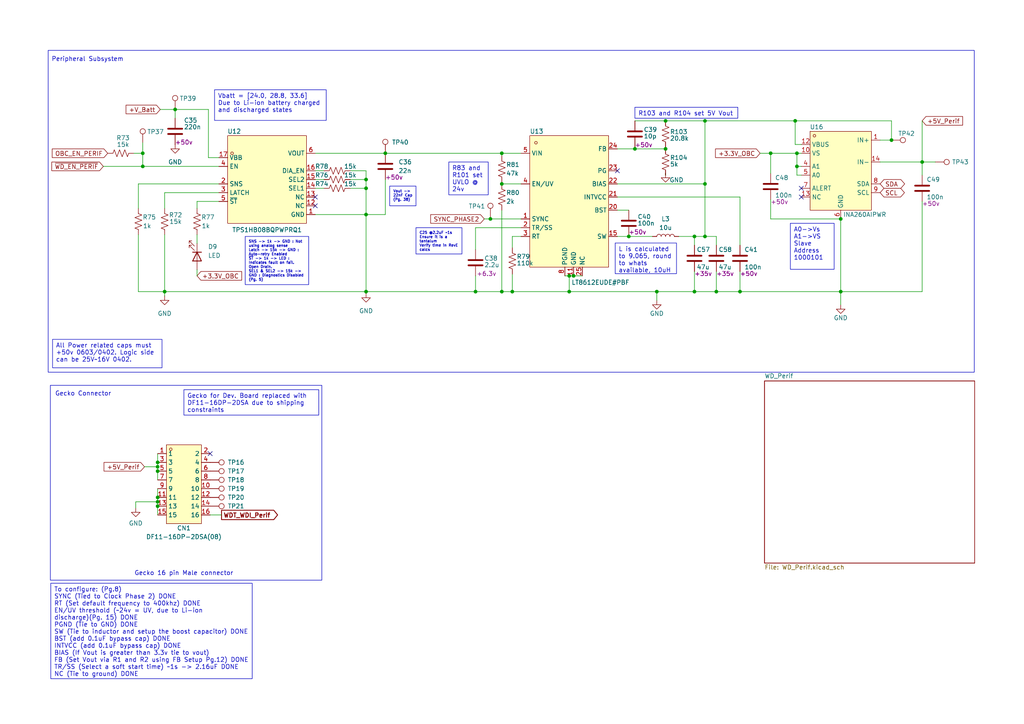
<source format=kicad_sch>
(kicad_sch (version 20250114) (generator "eeschema") (generator_version "9.0")
  (paper "A4")
  (lib_symbols
    (symbol "Device:C" (pin_numbers (hide yes)) (pin_names (offset 0.254))
      (property "Reference" "C" (at 0.635 2.54 0))
      (property "Value" "C" (at 0.635 -2.54 0))
      (symbol "C_0_1"
        (polyline (pts (xy -2.032 0.762) (xy 2.032 0.762)) (stroke (width 0.508)))
        (polyline (pts (xy -2.032 -0.762) (xy 2.032 -0.762)) (stroke (width 0.508)))
      )
      (symbol "C_1_1"
        (pin passive line (at 0 3.81 270) (length 2.794) (name "~") (number "1"))
        (pin passive line (at 0 -3.81 90) (length 2.794) (name "~") (number "2"))
      )
    )
    (symbol "Device:L" (pin_numbers (hide yes)) (pin_names (offset 1.016) (hide yes))
      (property "Reference" "L" (at -1.27 0 90))
      (property "Value" "L" (at 1.905 0 90))
      (symbol "L_0_1"
        (arc (start 0 2.54) (mid 0.6323 1.905) (end 0 1.27))
        (arc (start 0 1.27) (mid 0.6323 0.635) (end 0 0))
        (arc (start 0 0) (mid 0.6323 -0.635) (end 0 -1.27))
        (arc (start 0 -1.27) (mid 0.6323 -1.905) (end 0 -2.54))
      )
      (symbol "L_1_1"
        (pin passive line (at 0 3.81 270) (length 1.27) (name "1") (number "1"))
        (pin passive line (at 0 -3.81 90) (length 1.27) (name "2") (number "2"))
      )
    )
    (symbol "Device:LED" (pin_numbers (hide yes)) (pin_names (offset 1.016) (hide yes))
      (property "Reference" "D" (at 0 2.54 0))
      (property "Value" "LED" (at 0 -2.54 0))
      (symbol "LED_0_1"
        (polyline (pts (xy -3.048 -0.762) (xy -4.572 -2.286) (xy -3.81 -2.286) (xy -4.572 -2.286) (xy -4.572 -1.524)))
        (polyline (pts (xy -1.778 -0.762) (xy -3.302 -2.286) (xy -2.54 -2.286) (xy -3.302 -2.286) (xy -3.302 -1.524)))
        (polyline (pts (xy -1.27 0) (xy 1.27 0)))
        (polyline (pts (xy -1.27 -1.27) (xy -1.27 1.27)) (stroke (width 0.254)))
        (polyline (pts (xy 1.27 -1.27) (xy 1.27 1.27) (xy -1.27 0) (xy 1.27 -1.27)) (stroke (width 0.254)))
      )
      (symbol "LED_1_1"
        (pin passive line (at -3.81 0 0) (length 2.54) (name "K") (number "1"))
        (pin passive line (at 3.81 0 180) (length 2.54) (name "A") (number "2"))
      )
    )
    (symbol "Device:R_US" (pin_numbers (hide yes)) (pin_names (offset 0))
      (property "Reference" "R" (at 2.54 0 90))
      (property "Value" "R_US" (at -2.54 0 90))
      (symbol "R_US_0_1"
        (polyline (pts (xy 0 2.286) (xy 0 2.54)))
        (polyline (pts (xy 0 2.286) (xy 1.016 1.905) (xy 0 1.524) (xy -1.016 1.143) (xy 0 0.762)))
        (polyline (pts (xy 0 0.762) (xy 1.016 0.381) (xy 0 0) (xy -1.016 -0.381) (xy 0 -0.762)))
        (polyline (pts (xy 0 -0.762) (xy 1.016 -1.143) (xy 0 -1.524) (xy -1.016 -1.905) (xy 0 -2.286)))
        (polyline (pts (xy 0 -2.286) (xy 0 -2.54)))
      )
      (symbol "R_US_1_1"
        (pin passive line (at 0 3.81 270) (length 1.27) (name "~") (number "1"))
        (pin passive line (at 0 -3.81 90) (length 1.27) (name "~") (number "2"))
      )
    )
    (symbol "EPS:DF11-16DP-2DSA(08)"
      (property "Reference" "CN" (at 0 13.97 0))
      (property "Value" "DF11-16DP-2DSA(08)" (at 0 -13.97 0))
      (symbol "DF11-16DP-2DSA(08)_0_1"
        (rectangle (start -5.08 11.43) (end 5.08 -11.43) (fill (type background)))
        (circle (center -3.81 10.16) (radius 0.38))
        (pin unspecified line (at -7.62 8.89 0) (length 2.54) (name "1") (number "1"))
        (pin unspecified line (at -7.62 6.35 0) (length 2.54) (name "3") (number "3"))
        (pin unspecified line (at -7.62 3.81 0) (length 2.54) (name "5") (number "5"))
        (pin unspecified line (at -7.62 1.27 0) (length 2.54) (name "7") (number "7"))
        (pin unspecified line (at -7.62 -1.27 0) (length 2.54) (name "9") (number "9"))
        (pin unspecified line (at -7.62 -3.81 0) (length 2.54) (name "11") (number "11"))
        (pin unspecified line (at -7.62 -6.35 0) (length 2.54) (name "13") (number "13"))
        (pin unspecified line (at -7.62 -8.89 0) (length 2.54) (name "15") (number "15"))
        (pin unspecified line (at 7.62 8.89 180) (length 2.54) (name "2") (number "2"))
        (pin unspecified line (at 7.62 6.35 180) (length 2.54) (name "4") (number "4"))
        (pin unspecified line (at 7.62 3.81 180) (length 2.54) (name "6") (number "6"))
        (pin unspecified line (at 7.62 1.27 180) (length 2.54) (name "8") (number "8"))
        (pin unspecified line (at 7.62 -1.27 180) (length 2.54) (name "10") (number "10"))
        (pin unspecified line (at 7.62 -3.81 180) (length 2.54) (name "12") (number "12"))
        (pin unspecified line (at 7.62 -6.35 180) (length 2.54) (name "14") (number "14"))
        (pin unspecified line (at 7.62 -8.89 180) (length 2.54) (name "16") (number "16"))
      )
    )
    (symbol "EPS:INA260AIPWR"
      (property "Reference" "U" (at 0 13.97 0))
      (property "Value" "INA260AIPWR" (at 8.128 -12.954 0))
      (symbol "INA260AIPWR_0_1"
        (rectangle (start -8.89 11.43) (end 8.89 -11.43) (fill (type background)))
        (circle (center -7.62 10.16) (radius 0.38))
      )
      (symbol "INA260AIPWR_1_1"
        (pin passive line (at -11.43 7.62 0) (length 2.54) (name "VBUS") (number "12"))
        (pin passive line (at -11.43 5.08 0) (length 2.54) (name "VS") (number "10"))
        (pin passive line (at -11.43 1.27 0) (length 2.54) (name "A1") (number "4"))
        (pin passive line (at -11.43 -1.27 0) (length 2.54) (name "A0") (number "5"))
        (pin passive line (at -11.43 -5.08 0) (length 2.54) (name "ALERT") (number "7"))
        (pin passive line (at -11.43 -7.62 0) (length 2.54) (name "NC") (number "13"))
        (pin passive line (at 0 -13.97 90) (length 2.54) (name "GND") (number "6"))
        (pin passive line (at 11.43 8.89 180) (length 2.54) (name "IN+") (number "1"))
        (pin passive line (at 11.43 2.54 180) (length 2.54) (name "IN-") (number "14"))
        (pin passive line (at 11.43 -3.81 180) (length 2.54) (name "SDA") (number "8"))
        (pin passive line (at 11.43 -6.35 180) (length 2.54) (name "SCL") (number "9"))
      )
    )
    (symbol "EPS:LT8612EUDE#PBF"
      (property "Reference" "U" (at -1.27 24.13 0))
      (property "Value" "LT8612EUDE#PBF" (at 0 -29.21 0))
      (symbol "LT8612EUDE#PBF_0_1"
        (rectangle (start -11.43 16.51) (end 11.43 -21.59) (fill (type background)))
        (circle (center -9.652 14.478) (radius 0.38))
      )
      (symbol "LT8612EUDE#PBF_1_1"
        (pin passive line (at -13.97 11.43 0) (length 2.54) (name "VIN") (number "5"))
        (pin passive line (at -13.97 2.54 0) (length 2.54) (name "EN/UV") (number "4"))
        (pin passive line (at -13.97 -7.62 0) (length 2.54) (name "SYNC") (number "1"))
        (pin passive line (at -13.97 -10.16 0) (length 2.54) (name "TR/SS") (number "2"))
        (pin passive line (at -13.97 -12.7 0) (length 2.54) (name "RT") (number "3"))
        (pin passive line (at -1.27 -24.13 90) (length 2.54) (name "PGND") (number "8"))
        (pin passive line (at 1.27 -24.13 90) (length 2.54) (name "GND") (number "11"))
        (pin passive line (at 3.81 -24.13 90) (length 2.54) (name "NC") (number "25"))
        (pin passive line (at 13.97 12.7 180) (length 2.54) (name "FB") (number "24"))
        (pin passive line (at 13.97 6.35 180) (length 2.54) (name "PG") (number "23"))
        (pin passive line (at 13.97 2.54 180) (length 2.54) (name "BIAS") (number "22"))
        (pin passive line (at 13.97 -1.27 180) (length 2.54) (name "INTVCC") (number "21"))
        (pin passive line (at 13.97 -5.08 180) (length 2.54) (name "BST") (number "20"))
        (pin passive line (at 13.97 -12.7 180) (length 2.54) (name "SW") (number "15"))
      )
    )
    (symbol "EPS:TPS1HB08BQPWPRQ1"
      (property "Reference" "U" (at 0 15.24 0))
      (property "Value" "TPS1HB08BQPWPRQ1" (at 0 -15.24 0))
      (symbol "TPS1HB08BQPWPRQ1_0_1"
        (rectangle (start -11.43 12.7) (end 11.43 -12.7) (fill (type background)))
        (circle (center -10.16 7.62) (radius 0.38))
      )
      (symbol "TPS1HB08BQPWPRQ1_1_1"
        (pin passive line (at -13.97 6.35 0) (length 2.54) (name "VBB") (number "17"))
        (pin passive line (at -13.97 3.81 0) (length 2.54) (name "EN") (number "4"))
        (pin passive line (at -13.97 -1.27 0) (length 2.54) (name "SNS") (number "2"))
        (pin passive line (at -13.97 -3.81 0) (length 2.54) (name "LATCH") (number "3"))
        (pin passive line (at -13.97 -6.35 0) (length 2.54) (name "~{ST}") (number "5"))
        (pin passive line (at 13.97 7.62 180) (length 2.54) (name "VOUT") (number "6"))
        (pin passive line (at 13.97 2.54 180) (length 2.54) (name "DIA_EN") (number "16"))
        (pin passive line (at 13.97 0 180) (length 2.54) (name "SEL2") (number "15"))
        (pin passive line (at 13.97 -2.54 180) (length 2.54) (name "SEL1") (number "14"))
        (pin passive line (at 13.97 -5.08 180) (length 2.54) (name "NC") (number "13"))
        (pin passive line (at 13.97 -7.62 180) (length 2.54) (name "NC") (number "12"))
        (pin passive line (at 13.97 -10.16 180) (length 2.54) (name "GND") (number "1"))
      )
    )
    (symbol "EPS:TestPoint" (pin_numbers (hide yes)) (pin_names (offset 0.762) (hide yes))
      (property "Reference" "TP" (at 0 6.858 0))
      (property "Value" "TestPoint" (at 0 5.08 0))
      (symbol "TestPoint_0_1"
        (circle (center 0 3.302) (radius 0.762))
      )
      (symbol "TestPoint_1_1"
        (pin passive line (at 0 0 90) (length 2.54) (name "1") (number "1"))
      )
    )
    (symbol "power:GND" (power) (pin_numbers (hide yes)) (pin_names (offset 0) (hide yes))
      (property "Value" "GND" (at 0 -3.81 0))
      (symbol "GND_0_1"
        (polyline (pts (xy 0 0) (xy 0 -1.27) (xy 1.27 -1.27) (xy 0 -2.54) (xy -1.27 -1.27) (xy 0 -1.27)))
      )
      (symbol "GND_1_1"
        (pin power_in line (at 0 0 270) (length 0) (name "~") (number "1"))
      )
    )
  )
  (rectangle (start 14.605 111.76) (end 93.345 168.275))
  (rectangle (start 13.97 14.605) (end 282.575 107.95))
  (text "Gecko 16 pin Male connector" (at 53.34 166.37 0) (effects (font (size 1.27 1.27))))
  (text "Peripheral Subsystem" (at 25.4 17.272 0) (effects (font (size 1.27 1.27))))
  (text "Gecko Connector" (at 24.13 114.3 0) (effects (font (size 1.27 1.27))))
  (text_box "C25 @2.2uF ~1s\nEnsure it is a tantalum\nVerify time in RevE calcs" (at 120.65 66.04 0) (size 13.335 7.62) (margins 0.9525 0.9525 0.9525 0.9525) (effects (font (size 0.762 0.762)) (justify left top)))
  (text_box "A0->Vs\nA1->VS\nSlave Address\n1000101" (at 229.235 64.77 0) (size 12.7 13.335) (margins 0.9525 0.9525 0.9525 0.9525) (effects (font (size 1.27 1.27)) (justify left top)))
  (text_box "To configure: (Pg.8)\nSYNC (Tied to Clock Phase 2) DONE\nRT (Set default frequency to 400khz) DONE\nEN/UV threshold (~24v = UV, due to Li-ion discharge)(Pg. 15) DONE\nPGND (Tie to GND) DONE\nSW (Tie to inductor and setup the boost capacitor) DONE\nBST (add 0.1uF bypass cap) DONE\nINTVCC (add 0.1uF bypass cap) DONE\nBIAS (If Vout is greater than 3.3v tie to vout)\nFB (Set Vout via R1 and R2 using FB Setup Pg.12) DONE\nTR/SS (Select a soft start time) ~1s -> 2.16uF DONE\nNC (Tie to ground) DONE" (at 14.732 169.164 0) (size 58.42 27.686) (margins 0.9525 0.9525 0.9525 0.9525) (effects (font (size 1.27 1.27)) (justify left top)))
  (text_box "R103 and R104 set 5V Vout" (at 184.15 31.115 0) (size 29.845 3.175) (margins 0.9525 0.9525 0.9525 0.9525) (effects (font (size 1.27 1.27)) (justify left top)))
  (text_box "L is calculated to 9.065, round to whats available, 10uH" (at 178.435 70.485 0) (size 17.78 8.89) (margins 0.9525 0.9525 0.9525 0.9525) (effects (font (size 1.27 1.27)) (justify left top)))
  (text_box "Vbatt = [24.0, 28.8, 33.6] Due to Li-ion battery charged and discharged states" (at 62.23 26.035 0) (size 32.385 8.89) (margins 0.9525 0.9525 0.9525 0.9525) (effects (font (size 1.27 1.27)) (justify left top)))
  (text_box "R83 and R101 set UVLO @ 24v" (at 130.175 46.99 0) (size 11.43 9.525) (margins 0.9525 0.9525 0.9525 0.9525) (effects (font (size 1.27 1.27)) (justify left top)))
  (text_box "Vout -> 22nF Cap\n(Pg. 38)" (at 113.03 53.975 0) (size 7.62 5.715) (margins 0.9525 0.9525 0.9525 0.9525) (effects (font (size 0.762 0.762)) (justify left top)))
  (text_box "Gecko for Dev. Board replaced with DF11-16DP-2DSA due to shipping constraints" (at 53.34 113.03 0) (size 39.116 7.366) (margins 0.9525 0.9525 0.9525 0.9525) (effects (font (size 1.27 1.27)) (justify left top)))
  (text_box "All Power related caps must +50v 0603/0402. Logic side can be 25V~16V 0402." (at 15.24 98.425 0) (size 31.75 8.255) (margins 0.9525 0.9525 0.9525 0.9525) (effects (font (size 1.27 1.27)) (justify left top)))
  (text_box "SNS -> 1k -> GND : Not using analog sense\nLatch -> 15k -> GND : Auto-retry Enabled\n~{ST} -> 1k -> LED : Indicates fault on fail. Open Drain.\nSEL1 & SEL2 -> 15k -> GND : Diagnostics Disabled\n(Pg. 5)" (at 71.12 68.58 0) (size 18.415 13.97) (margins 0.9525 0.9525 0.9525 0.9525) (effects (font (size 0.762 0.762)) (justify left top)))
  (junction (at 258.572 40.64))
  (junction (at 106.172 84.582))
  (junction (at 137.922 84.582))
  (junction (at 106.172 62.23))
  (junction (at 243.84 84.582))
  (junction (at 50.8 31.75))
  (junction (at 214.63 84.582))
  (junction (at 145.542 53.34))
  (junction (at 182.372 68.58))
  (junction (at 45.72 146.812))
  (junction (at 145.542 44.45))
  (junction (at 45.72 134.112))
  (junction (at 190.5 84.582))
  (junction (at 45.72 136.652))
  (junction (at 204.47 53.34))
  (junction (at 207.772 84.582))
  (junction (at 148.59 84.582))
  (junction (at 230.632 35.052))
  (junction (at 243.84 63.5))
  (junction (at 45.72 144.272))
  (junction (at 165.1 84.582))
  (junction (at 111.76 44.45))
  (junction (at 204.47 68.58))
  (junction (at 267.462 46.99))
  (junction (at 45.72 145.542))
  (junction (at 41.402 48.26))
  (junction (at 193.04 43.18))
  (junction (at 106.172 54.61))
  (junction (at 201.422 84.582))
  (junction (at 165.1 80.01))
  (junction (at 166.37 80.01))
  (junction (at 41.402 44.45))
  (junction (at 231.14 48.26))
  (junction (at 142.24 63.5))
  (junction (at 45.72 135.382))
  (junction (at 184.15 43.18))
  (junction (at 201.422 68.58))
  (junction (at 145.542 84.582))
  (junction (at 193.04 35.052))
  (junction (at 204.47 35.052))
  (junction (at 47.752 84.582))
  (junction (at 223.52 44.45))
  (junction (at 231.14 44.45))
  (junction (at 106.172 52.07))
  (no_connect (at 60.96 131.572))
  (no_connect (at 232.41 54.61))
  (no_connect (at 232.41 57.15))
  (no_connect (at 179.07 49.53))
  (no_connect (at 91.44 59.69))
  (no_connect (at 91.44 57.15))
  (wire (pts (xy 60.452 31.75) (xy 60.452 45.72)))
  (wire (pts (xy 39.37 145.542) (xy 45.72 145.542)))
  (wire (pts (xy 41.402 44.45) (xy 41.402 48.26)))
  (wire (pts (xy 111.76 44.45) (xy 145.542 44.45)))
  (wire (pts (xy 184.15 35.052) (xy 193.04 35.052)))
  (wire (pts (xy 201.422 68.58) (xy 201.422 71.12)))
  (wire (pts (xy 40.132 53.34) (xy 40.132 60.452)))
  (wire (pts (xy 230.632 35.052) (xy 258.572 35.052)))
  (wire (pts (xy 163.83 80.01) (xy 165.1 80.01)))
  (wire (pts (xy 29.972 48.26) (xy 41.402 48.26)))
  (wire (pts (xy 201.422 84.582) (xy 201.422 78.74)))
  (wire (pts (xy 101.6 49.53) (xy 106.172 49.53)))
  (wire (pts (xy 165.1 80.01) (xy 166.37 80.01)))
  (wire (pts (xy 45.72 144.272) (xy 45.72 145.542)))
  (wire (pts (xy 106.172 62.23) (xy 106.172 84.582)))
  (wire (pts (xy 255.27 46.99) (xy 267.462 46.99)))
  (wire (pts (xy 231.14 48.26) (xy 232.41 48.26)))
  (wire (pts (xy 207.772 78.74) (xy 207.772 84.582)))
  (wire (pts (xy 106.172 54.61) (xy 106.172 62.23)))
  (wire (pts (xy 231.14 50.8) (xy 232.41 50.8)))
  (wire (pts (xy 190.5 84.582) (xy 201.422 84.582)))
  (wire (pts (xy 91.44 62.23) (xy 106.172 62.23)))
  (wire (pts (xy 231.14 48.26) (xy 231.14 50.8)))
  (wire (pts (xy 91.44 44.45) (xy 111.76 44.45)))
  (wire (pts (xy 137.922 84.582) (xy 137.922 80.01)))
  (wire (pts (xy 93.98 52.07) (xy 91.44 52.07)))
  (wire (pts (xy 142.24 63.5) (xy 151.13 63.5)))
  (wire (pts (xy 101.6 52.07) (xy 106.172 52.07)))
  (wire (pts (xy 140.462 63.5) (xy 142.24 63.5)))
  (wire (pts (xy 165.1 80.01) (xy 165.1 84.582)))
  (wire (pts (xy 106.172 85.09) (xy 106.172 84.582)))
  (wire (pts (xy 196.85 68.58) (xy 201.422 68.58)))
  (wire (pts (xy 230.632 35.052) (xy 230.632 41.91)))
  (wire (pts (xy 179.07 68.58) (xy 182.372 68.58)))
  (wire (pts (xy 145.542 44.45) (xy 151.13 44.45)))
  (wire (pts (xy 207.772 68.58) (xy 207.772 71.12)))
  (wire (pts (xy 223.52 57.912) (xy 223.52 63.5)))
  (wire (pts (xy 93.98 54.61) (xy 91.44 54.61)))
  (wire (pts (xy 47.752 68.072) (xy 47.752 84.582)))
  (wire (pts (xy 190.5 84.582) (xy 190.5 87.122)))
  (wire (pts (xy 220.472 44.45) (xy 223.52 44.45)))
  (wire (pts (xy 93.98 49.53) (xy 91.44 49.53)))
  (wire (pts (xy 142.24 62.992) (xy 142.24 63.5)))
  (wire (pts (xy 193.04 50.292) (xy 193.04 50.8)))
  (wire (pts (xy 106.172 49.53) (xy 106.172 52.07)))
  (wire (pts (xy 145.542 44.45) (xy 145.542 45.212)))
  (wire (pts (xy 60.96 149.352) (xy 64.262 149.352)))
  (wire (pts (xy 204.47 53.34) (xy 204.47 68.58)))
  (wire (pts (xy 214.63 84.582) (xy 243.84 84.582)))
  (wire (pts (xy 201.422 68.58) (xy 204.47 68.58)))
  (wire (pts (xy 137.922 84.582) (xy 145.542 84.582)))
  (wire (pts (xy 145.542 53.34) (xy 151.13 53.34)))
  (wire (pts (xy 223.52 63.5) (xy 243.84 63.5)))
  (wire (pts (xy 145.542 52.832) (xy 145.542 53.34)))
  (wire (pts (xy 184.15 43.18) (xy 179.07 43.18)))
  (wire (pts (xy 111.76 52.07) (xy 111.76 62.23)))
  (wire (pts (xy 148.59 71.882) (xy 148.59 68.58)))
  (wire (pts (xy 193.04 42.672) (xy 193.04 43.18)))
  (wire (pts (xy 47.752 55.88) (xy 63.5 55.88)))
  (wire (pts (xy 166.37 80.01) (xy 168.91 80.01)))
  (wire (pts (xy 38.862 44.45) (xy 41.402 44.45)))
  (wire (pts (xy 179.07 60.96) (xy 182.372 60.96)))
  (wire (pts (xy 179.07 57.15) (xy 214.63 57.15)))
  (wire (pts (xy 46.482 31.75) (xy 50.8 31.75)))
  (wire (pts (xy 204.47 35.052) (xy 204.47 53.34)))
  (wire (pts (xy 243.84 63.5) (xy 243.84 84.582)))
  (wire (pts (xy 101.6 54.61) (xy 106.172 54.61)))
  (wire (pts (xy 106.172 84.582) (xy 137.922 84.582)))
  (wire (pts (xy 45.72 145.542) (xy 45.72 146.812)))
  (wire (pts (xy 137.922 72.39) (xy 137.922 66.04)))
  (wire (pts (xy 267.462 84.582) (xy 267.462 58.42)))
  (wire (pts (xy 41.91 135.382) (xy 45.72 135.382)))
  (wire (pts (xy 47.752 55.88) (xy 47.752 60.452)))
  (wire (pts (xy 57.15 60.452) (xy 57.15 58.42)))
  (wire (pts (xy 165.1 84.582) (xy 190.5 84.582)))
  (wire (pts (xy 57.15 58.42) (xy 63.5 58.42)))
  (wire (pts (xy 230.632 41.91) (xy 232.41 41.91)))
  (wire (pts (xy 63.5 48.26) (xy 41.402 48.26)))
  (wire (pts (xy 145.542 84.582) (xy 148.59 84.582)))
  (wire (pts (xy 243.84 84.582) (xy 243.84 88.392)))
  (wire (pts (xy 45.72 141.732) (xy 45.72 144.272)))
  (wire (pts (xy 204.47 35.052) (xy 230.632 35.052)))
  (wire (pts (xy 231.14 44.45) (xy 232.41 44.45)))
  (wire (pts (xy 184.15 42.672) (xy 184.15 43.18)))
  (wire (pts (xy 40.132 84.582) (xy 47.752 84.582)))
  (wire (pts (xy 47.752 84.582) (xy 47.752 85.852)))
  (wire (pts (xy 193.04 35.052) (xy 204.47 35.052)))
  (wire (pts (xy 106.172 52.07) (xy 106.172 54.61)))
  (wire (pts (xy 45.72 134.112) (xy 45.72 135.382)))
  (wire (pts (xy 182.372 68.58) (xy 189.23 68.58)))
  (wire (pts (xy 40.132 53.34) (xy 63.5 53.34)))
  (wire (pts (xy 111.76 62.23) (xy 106.172 62.23)))
  (wire (pts (xy 57.15 68.072) (xy 57.15 70.612)))
  (wire (pts (xy 148.59 68.58) (xy 151.13 68.58)))
  (wire (pts (xy 179.07 53.34) (xy 204.47 53.34)))
  (wire (pts (xy 50.8 31.75) (xy 60.452 31.75)))
  (wire (pts (xy 258.572 35.052) (xy 258.572 40.64)))
  (wire (pts (xy 45.72 135.382) (xy 45.72 136.652)))
  (wire (pts (xy 184.15 43.18) (xy 193.04 43.18)))
  (wire (pts (xy 223.52 50.292) (xy 223.52 44.45)))
  (wire (pts (xy 60.452 45.72) (xy 63.5 45.72)))
  (wire (pts (xy 137.922 66.04) (xy 151.13 66.04)))
  (wire (pts (xy 40.132 68.072) (xy 40.132 84.582)))
  (wire (pts (xy 45.72 146.812) (xy 45.72 149.352)))
  (wire (pts (xy 47.752 84.582) (xy 106.172 84.582)))
  (wire (pts (xy 207.772 84.582) (xy 214.63 84.582)))
  (wire (pts (xy 145.542 60.96) (xy 145.542 84.582)))
  (wire (pts (xy 39.37 147.32) (xy 39.37 145.542)))
  (wire (pts (xy 45.72 136.652) (xy 45.72 139.192)))
  (wire (pts (xy 267.462 46.99) (xy 267.462 50.8)))
  (wire (pts (xy 50.8 31.75) (xy 50.8 34.29)))
  (wire (pts (xy 267.462 46.99) (xy 271.272 46.99)))
  (wire (pts (xy 231.14 44.45) (xy 231.14 48.26)))
  (wire (pts (xy 41.402 41.402) (xy 41.402 44.45)))
  (wire (pts (xy 45.72 131.572) (xy 45.72 134.112)))
  (wire (pts (xy 204.47 68.58) (xy 207.772 68.58)))
  (wire (pts (xy 57.15 78.232) (xy 57.15 80.01)))
  (wire (pts (xy 201.422 84.582) (xy 207.772 84.582)))
  (wire (pts (xy 148.59 79.502) (xy 148.59 84.582)))
  (wire (pts (xy 267.462 35.052) (xy 267.462 46.99)))
  (wire (pts (xy 223.52 44.45) (xy 231.14 44.45)))
  (wire (pts (xy 214.63 84.582) (xy 214.63 78.74)))
  (wire (pts (xy 258.572 40.64) (xy 255.27 40.64)))
  (wire (pts (xy 243.84 84.582) (xy 267.462 84.582)))
  (wire (pts (xy 214.63 57.15) (xy 214.63 71.12)))
  (wire (pts (xy 165.1 84.582) (xy 148.59 84.582)))
  (global_label "WDT_WDI_Perif" (shape output) (at 64.262 149.352 0) (effects (font (thickness 0.254) (bold yes))) (property "Intersheetrefs" "${INTERSHEET_REFS}" (effects (hide yes))))
  (global_label "+3.3V_OBC" (shape input) (at 220.472 44.45 180) (property "Intersheetrefs" "${INTERSHEET_REFS}" (effects (hide yes))))
  (global_label "+5V_Perif" (shape input) (at 267.462 35.052 0) (property "Intersheetrefs" "${INTERSHEET_REFS}" (effects (hide yes))))
  (global_label "SCL" (shape bidirectional) (at 255.27 55.88 0) (property "Intersheetrefs" "${INTERSHEET_REFS}" (effects (hide yes))))
  (global_label "~{WD_EN_PERIF}" (shape input) (at 29.972 48.26 180) (property "Intersheetrefs" "${INTERSHEET_REFS}" (effects (hide yes))))
  (global_label "+3.3V_OBC" (shape input) (at 57.15 80.01 0) (property "Intersheetrefs" "${INTERSHEET_REFS}" (effects (hide yes))))
  (global_label "SYNC_PHASE2" (shape input) (at 140.462 63.5 180) (property "Intersheetrefs" "${INTERSHEET_REFS}" (effects (hide yes))))
  (global_label "OBC_EN_PERIF" (shape input) (at 31.242 44.45 180) (property "Intersheetrefs" "${INTERSHEET_REFS}" (effects (hide yes))))
  (global_label "SDA" (shape bidirectional) (at 255.27 53.34 0) (property "Intersheetrefs" "${INTERSHEET_REFS}" (effects (hide yes))))
  (global_label "+V_Batt" (shape input) (at 46.482 31.75 180) (property "Intersheetrefs" "${INTERSHEET_REFS}" (effects (hide yes))))
  (global_label "+5V_Perif" (shape input) (at 41.91 135.382 180) (property "Intersheetrefs" "${INTERSHEET_REFS}" (effects (hide yes))))
  (symbol (lib_id "Device:R_US") (at 148.59 75.692 0) (unit 1)
    (property "Reference" "R79" (at 149.86 74.422 0) (effects (justify left)))
    (property "Value" "110k" (at 149.86 76.327 0) (effects (justify left)))
    (property "Footprint" "EPS:R0402" (effects (hide yes)))
    (property "Description" "Resistor, US symbol" (effects (hide yes)))
    (property "LCSC" "C138065" (effects (hide yes)))
  )
  (symbol (lib_id "EPS:TestPoint") (at 271.272 46.99 270) (unit 1)
    (property "Reference" "TP43" (at 276.098 46.99 90) (effects (justify left)))
    (property "Value" "TestPoint" (effects (hide yes)))
    (property "Footprint" "TestPoint:TestPoint_Pad_1.0x1.0mm" (effects (hide yes)))
    (property "Description" "test point" (effects (hide yes)))
  )
  (symbol (lib_id "power:GND") (at 106.172 85.09 0) (unit 1)
    (property "Reference" "#PWR061" (effects (hide yes)))
    (property "Value" "GND" (at 106.172 90.17 0))
    (property "Description" "Power symbol creates a global label with name \"GND\" , ground" (effects (hide yes)))
  )
  (symbol (lib_id "Device:C") (at 223.52 54.102 0) (unit 1)
    (property "Reference" "C48" (at 224.79 51.562 0) (effects (justify left)))
    (property "Value" "100n" (at 224.79 56.642 0) (effects (justify left)))
    (property "Footprint" "EPS:C0402" (effects (hide yes)))
    (property "Description" "Unpolarized capacitor" (effects (hide yes)))
    (property "Voltage Rating" "+50v" (at 226.06 58.547 0))
    (property "LCSC" "C85858" (effects (hide yes)))
  )
  (symbol (lib_id "power:GND") (at 243.84 88.392 0) (unit 1)
    (property "Reference" "#PWR064" (effects (hide yes)))
    (property "Value" "GND" (at 243.84 92.202 0))
    (property "Description" "Power symbol creates a global label with name \"GND\" , ground" (effects (hide yes)))
  )
  (symbol (lib_id "EPS:TestPoint") (at 50.8 31.75 0) (unit 1)
    (property "Reference" "TP39" (at 52.07 28.575 0) (effects (justify left)))
    (property "Value" "TestPoint" (effects (hide yes)))
    (property "Footprint" "TestPoint:TestPoint_Pad_1.0x1.0mm" (effects (hide yes)))
    (property "Description" "test point" (effects (hide yes)))
  )
  (symbol (lib_id "Device:R_US") (at 97.79 49.53 270) (unit 1)
    (property "Reference" "R78" (at 93.345 48.26 90))
    (property "Value" "15k" (at 101.6 48.26 90))
    (property "Footprint" "EPS:R0402" (effects (hide yes)))
    (property "Description" "Resistor, US symbol" (effects (hide yes)))
    (property "LCSC" "C114761" (effects (hide yes)))
  )
  (symbol (lib_id "EPS:TestPoint") (at 41.402 41.402 0) (unit 1)
    (property "Reference" "TP37" (at 42.672 38.227 0) (effects (justify left)))
    (property "Value" "TestPoint" (effects (hide yes)))
    (property "Footprint" "TestPoint:TestPoint_Pad_1.0x1.0mm" (effects (hide yes)))
    (property "Description" "test point" (effects (hide yes)))
  )
  (symbol (lib_id "Device:C") (at 207.772 74.93 0) (unit 1)
    (property "Reference" "C58" (at 208.407 72.39 0) (effects (justify left)))
    (property "Value" "47u" (at 208.407 77.47 0) (effects (justify left)))
    (property "Footprint" "EPS:CAP-SMD_L7.3-W4.3-FD" (effects (hide yes)))
    (property "Description" "Unpolarized capacitor" (effects (hide yes)))
    (property "Voltage Rating" "+35v" (at 210.312 79.375 0))
    (property "LCSC" "C87110" (effects (hide yes)))
  )
  (symbol (lib_id "Device:R_US") (at 47.752 64.262 180) (unit 1)
    (property "Reference" "R72" (at 50.927 62.357 0))
    (property "Value" "15k" (at 50.927 64.262 0))
    (property "Footprint" "EPS:R0402" (effects (hide yes)))
    (property "Description" "Resistor, US symbol" (effects (hide yes)))
    (property "LCSC" "C114761" (effects (hide yes)))
  )
  (symbol (lib_id "EPS:LT8612EUDE#PBF") (at 165.1 55.88 0) (unit 1)
    (property "Reference" "U13" (at 153.67 38.1 0) (effects (justify left)))
    (property "Value" "LT8612EUDE#PBF" (at 165.735 81.915 0) (effects (justify left)))
    (property "Footprint" "EPS:QFN-28_L6.0-W3.0-P0.50-BL-EP" (effects (hide yes)))
    (property "Datasheet" "https://jlcpcb.com/api/file/downloadByFileSystemAccessId/8589836477510287360" (effects (hide yes)))
    (property "Description" "42V, 6A, Step Down Regulator" (effects (hide yes)))
    (property "LCSC Part" "C580312" (effects (hide yes)))
  )
  (symbol (lib_id "EPS:TestPoint") (at 258.572 40.64 270) (unit 1)
    (property "Reference" "TP42" (at 260.477 38.735 90) (effects (justify left)))
    (property "Value" "TestPoint" (effects (hide yes)))
    (property "Footprint" "TestPoint:TestPoint_Pad_1.0x1.0mm" (effects (hide yes)))
    (property "Description" "test point" (effects (hide yes)))
  )
  (symbol (lib_id "Device:C") (at 214.63 74.93 0) (unit 1)
    (property "Reference" "C41" (at 215.9 72.39 0) (effects (justify left)))
    (property "Value" "100n" (at 215.9 77.47 0) (effects (justify left)))
    (property "Footprint" "EPS:C0402" (effects (hide yes)))
    (property "Description" "Unpolarized capacitor" (effects (hide yes)))
    (property "Voltage Rating" "+50v" (at 217.17 79.375 0))
    (property "LCSC" "C85858" (effects (hide yes)))
  )
  (symbol (lib_id "EPS:TestPoint") (at 60.96 139.192 270) (unit 1)
    (property "Reference" "TP18" (at 66.04 139.1919 90) (effects (justify left)))
    (property "Value" "TestPoint" (effects (hide yes)))
    (property "Footprint" "TestPoint:TestPoint_Pad_1.0x1.0mm" (effects (hide yes)))
    (property "Description" "test point" (effects (hide yes)))
  )
  (symbol (lib_id "Device:C") (at 201.422 74.93 0) (unit 1)
    (property "Reference" "C57" (at 202.057 72.39 0) (effects (justify left)))
    (property "Value" "47u" (at 202.057 77.47 0) (effects (justify left)))
    (property "Footprint" "EPS:CAP-SMD_L7.3-W4.3-FD" (effects (hide yes)))
    (property "Description" "Unpolarized capacitor" (effects (hide yes)))
    (property "Voltage Rating" "+35v" (at 203.962 79.375 0))
    (property "LCSC" "C87110" (effects (hide yes)))
  )
  (symbol (lib_id "power:GND") (at 50.8 41.91 0) (unit 1)
    (property "Reference" "#PWR059" (effects (hide yes)))
    (property "Value" "GND" (at 50.8 46.99 0))
    (property "Description" "Power symbol creates a global label with name \"GND\" , ground" (effects (hide yes)))
  )
  (symbol (lib_id "Device:R_US") (at 193.04 38.862 0) (unit 1)
    (property "Reference" "R103" (at 194.31 38.227 0) (effects (justify left)))
    (property "Value" "20.8k" (at 194.31 40.132 0) (effects (justify left)))
    (property "Footprint" "EPS:R0402" (effects (hide yes)))
    (property "Description" "Resistor, US symbol" (effects (hide yes)))
    (property "LCSC" "C25766" (effects (hide yes)))
  )
  (symbol (lib_id "Device:R_US") (at 193.04 46.99 0) (unit 1)
    (property "Reference" "R104" (at 194.31 45.72 0) (effects (justify left)))
    (property "Value" "5k" (at 194.31 47.625 0) (effects (justify left)))
    (property "Footprint" "EPS:R0402" (effects (hide yes)))
    (property "Description" "Resistor, US symbol" (effects (hide yes)))
    (property "LCSC" "C477765" (effects (hide yes)))
  )
  (symbol (lib_id "Device:R_US") (at 40.132 64.262 180) (unit 1)
    (property "Reference" "R75" (at 43.307 62.992 0))
    (property "Value" "1k" (at 42.672 65.532 0))
    (property "Footprint" "EPS:R0402" (effects (hide yes)))
    (property "Description" "Resistor, US symbol" (effects (hide yes)))
    (property "LCSC" "C106235" (effects (hide yes)))
  )
  (symbol (lib_id "Device:LED") (at 57.15 74.422 270) (unit 1)
    (property "Reference" "D9" (at 60.325 71.5644 90) (effects (justify left)))
    (property "Value" "LED" (at 60.325 74.1044 90) (effects (justify left)))
    (property "Footprint" "EPS:LED0603-RD_RED" (effects (hide yes)))
    (property "Description" "Light emitting diode" (effects (hide yes)))
    (property "Sim.Pins" "1=K 2=A" (effects (hide yes)))
  )
  (symbol (lib_id "EPS:TPS1HB08BQPWPRQ1") (at 77.47 52.07 0) (unit 1)
    (property "Reference" "U12" (at 67.945 38.1 0))
    (property "Value" "TPS1HB08BQPWPRQ1" (at 77.47 66.675 0))
    (property "Footprint" "EPS:HTSSOP-16_L5.0-W4.4-P0.65-LS6.4-TL-EP2.9" (effects (hide yes)))
    (property "Datasheet" "https://www.ti.com/lit/ds/symlink/tps1ha08-q1.pdf?ts=1748448912035&ref_url=https%253A%252F%252Fwww.ti.com%252Fproduct%252FTPS1HA08-Q1" (effects (hide yes)))
    (property "Description" "40-V, 8-mΩ Single-Channel Smart High-Side Switch" (effects (hide yes)))
    (property "LCSC Part" "C3230075" (effects (hide yes)))
  )
  (symbol (lib_id "Device:C") (at 182.372 64.77 0) (unit 1)
    (property "Reference" "C40" (at 184.912 62.865 0) (effects (justify left)))
    (property "Value" "100n" (at 184.912 64.77 0) (effects (justify left)))
    (property "Footprint" "EPS:C0402" (effects (hide yes)))
    (property "Description" "Unpolarized capacitor" (effects (hide yes)))
    (property "Voltage Rating" "+50v" (at 184.912 67.31 0))
    (property "LCSC" "C85858" (effects (hide yes)))
  )
  (symbol (lib_id "Device:C") (at 267.462 54.61 0) (unit 1)
    (property "Reference" "C49" (at 268.732 52.07 0) (effects (justify left)))
    (property "Value" "100n" (at 268.732 57.15 0) (effects (justify left)))
    (property "Footprint" "EPS:C0402" (effects (hide yes)))
    (property "Description" "Unpolarized capacitor" (effects (hide yes)))
    (property "Voltage Rating" "+50v" (at 270.002 59.055 0))
    (property "LCSC" "C85858" (effects (hide yes)))
  )
  (symbol (lib_id "EPS:TestPoint") (at 111.76 44.45 0) (unit 1)
    (property "Reference" "TP40" (at 113.665 41.275 0) (effects (justify left)))
    (property "Value" "TestPoint" (effects (hide yes)))
    (property "Footprint" "TestPoint:TestPoint_Pad_1.0x1.0mm" (effects (hide yes)))
    (property "Description" "test point" (effects (hide yes)))
  )
  (symbol (lib_id "Device:R_US") (at 97.79 52.07 270) (unit 1)
    (property "Reference" "R76" (at 93.345 50.8 90))
    (property "Value" "15k" (at 101.6 50.8 90))
    (property "Footprint" "EPS:R0402" (effects (hide yes)))
    (property "Description" "Resistor, US symbol" (effects (hide yes)))
    (property "LCSC" "C114761" (effects (hide yes)))
  )
  (symbol (lib_id "Device:R_US") (at 35.052 44.45 270) (unit 1)
    (property "Reference" "R73" (at 35.687 40.005 90))
    (property "Value" "15k" (at 35.687 41.91 90))
    (property "Footprint" "EPS:R0402" (effects (hide yes)))
    (property "Description" "Resistor, US symbol" (effects (hide yes)))
    (property "LCSC" "C114761" (effects (hide yes)))
  )
  (symbol (lib_id "EPS:INA260AIPWR") (at 243.84 49.53 0) (unit 1)
    (property "Reference" "U16" (at 236.855 36.83 0))
    (property "Value" "INA260AIPWR" (at 250.825 62.23 0))
    (property "Footprint" "EPS:TSSOP-16_L5.0-W4.4-P0.65-LS6.4-BL-1" (effects (hide yes)))
    (property "Datasheet" "https://www.ti.com/lit/ds/symlink/ina260.pdf?ts=1748375218606&ref_url=https%253A%252F%252Fwww.google.com%252F" (effects (hide yes)))
    (property "Description" "Precision Digital Current and Power Monitor With Low-Drift, Precision Integrated Shunt" (effects (hide yes)))
    (property "LCSC Part" "C2155885" (effects (hide yes)))
  )
  (symbol (lib_id "EPS:DF11-16DP-2DSA(08)") (at 53.34 140.462 0) (unit 1)
    (property "Reference" "CN1" (at 53.34 153.162 0))
    (property "Value" "DF11-16DP-2DSA(08)" (at 53.34 155.702 0))
    (property "Footprint" "EPS:CONN-TH_DF11-16DP-2DSA-08" (effects (hide yes)))
    (property "Datasheet" "https://lcsc.com/product-detail/Wire-To-Board-Wire-To-Wire-Connector_HRS-Hirose-HRS-DF11-16DP-2DSA-08_C530981.html" (effects (hide yes)))
    (property "Description" "Hirose 2x8 Connector, Drop in replacement for Gecko" (effects (hide yes)))
    (property "LCSC Part" "C530981" (effects (hide yes)))
  )
  (symbol (lib_id "power:GND") (at 39.37 147.32 0) (unit 1)
    (property "Reference" "#PWR056" (effects (hide yes)))
    (property "Value" "GND" (at 39.37 151.765 0))
    (property "Description" "Power symbol creates a global label with name \"GND\" , ground" (effects (hide yes)))
  )
  (symbol (lib_id "power:GND") (at 193.04 50.292 0) (unit 1)
    (property "Reference" "#PWR068" (effects (hide yes)))
    (property "Value" "GND" (at 196.215 52.197 0))
    (property "Description" "Power symbol creates a global label with name \"GND\" , ground" (effects (hide yes)))
  )
  (symbol (lib_id "Device:C") (at 111.76 48.26 0) (unit 1)
    (property "Reference" "C36" (at 115.57 46.9899 0) (effects (justify left)))
    (property "Value" "22n" (at 115.57 49.5299 0) (effects (justify left)))
    (property "Footprint" "EPS:C0402" (effects (hide yes)))
    (property "Description" "Unpolarized capacitor" (effects (hide yes)))
    (property "Voltage Rating" "+50v" (at 114.3 51.435 0))
    (property "LCSC" "C77023" (effects (hide yes)))
  )
  (symbol (lib_id "Device:C") (at 184.15 38.862 0) (unit 1)
    (property "Reference" "C39" (at 186.69 37.592 0) (effects (justify left)))
    (property "Value" "10p" (at 186.69 39.497 0) (effects (justify left)))
    (property "Footprint" "EPS:C0402" (effects (hide yes)))
    (property "Description" "Unpolarized capacitor" (effects (hide yes)))
    (property "Voltage Rating" "+50v" (at 186.69 42.037 0))
    (property "LCSC" "C1545" (effects (hide yes)))
  )
  (symbol (lib_id "EPS:TestPoint") (at 142.24 62.992 0) (unit 1)
    (property "Reference" "TP41" (at 135.89 59.817 0) (effects (justify left)))
    (property "Value" "TestPoint" (effects (hide yes)))
    (property "Footprint" "TestPoint:TestPoint_Pad_1.0x1.0mm" (effects (hide yes)))
    (property "Description" "test point" (effects (hide yes)))
  )
  (symbol (lib_id "EPS:TestPoint") (at 60.96 141.732 270) (unit 1)
    (property "Reference" "TP19" (at 66.04 141.7319 90) (effects (justify left)))
    (property "Value" "TestPoint" (effects (hide yes)))
    (property "Footprint" "TestPoint:TestPoint_Pad_1.0x1.0mm" (effects (hide yes)))
    (property "Description" "test point" (effects (hide yes)))
  )
  (symbol (lib_id "EPS:TestPoint") (at 60.96 136.652 270) (unit 1)
    (property "Reference" "TP17" (at 66.04 136.6519 90) (effects (justify left)))
    (property "Value" "TestPoint" (effects (hide yes)))
    (property "Footprint" "TestPoint:TestPoint_Pad_1.0x1.0mm" (effects (hide yes)))
    (property "Description" "test point" (effects (hide yes)))
  )
  (symbol (lib_id "Device:C") (at 137.922 76.2 0) (unit 1)
    (property "Reference" "C38" (at 140.462 74.93 0) (effects (justify left)))
    (property "Value" "2.2u" (at 140.462 76.835 0) (effects (justify left)))
    (property "Footprint" "EPS:C0402" (effects (hide yes)))
    (property "Description" "Unpolarized capacitor" (effects (hide yes)))
    (property "LCSC" "C12530" (effects (hide yes)))
    (property "Voltage Rating" "+6.3v" (at 141.097 79.375 0))
  )
  (symbol (lib_id "power:GND") (at 47.752 85.852 0) (unit 1)
    (property "Reference" "#PWR058" (effects (hide yes)))
    (property "Value" "GND" (at 47.752 90.932 0))
    (property "Description" "Power symbol creates a global label with name \"GND\" , ground" (effects (hide yes)))
  )
  (symbol (lib_id "EPS:TestPoint") (at 60.96 144.272 270) (unit 1)
    (property "Reference" "TP20" (at 66.04 144.2719 90) (effects (justify left)))
    (property "Value" "TestPoint" (effects (hide yes)))
    (property "Footprint" "TestPoint:TestPoint_Pad_1.0x1.0mm" (effects (hide yes)))
    (property "Description" "test point" (effects (hide yes)))
  )
  (symbol (lib_id "power:GND") (at 190.5 87.122 0) (unit 1)
    (property "Reference" "#PWR063" (effects (hide yes)))
    (property "Value" "GND" (at 190.5 90.932 0))
    (property "Description" "Power symbol creates a global label with name \"GND\" , ground" (effects (hide yes)))
  )
  (symbol (lib_id "Device:R_US") (at 97.79 54.61 270) (unit 1)
    (property "Reference" "R74" (at 93.345 53.34 90))
    (property "Value" "15k" (at 101.6 53.34 90))
    (property "Footprint" "EPS:R0402" (effects (hide yes)))
    (property "Description" "Resistor, US symbol" (effects (hide yes)))
    (property "LCSC" "C114761" (effects (hide yes)))
  )
  (symbol (lib_id "Device:L") (at 193.04 68.58 90) (unit 1)
    (property "Reference" "L3" (at 193.04 63.5 90))
    (property "Value" "10u" (at 193.04 66.04 90))
    (property "Footprint" "EPS:IND-SMD_L8.0-W8.0" (effects (hide yes)))
    (property "Description" "Inductor" (effects (hide yes)))
    (property "LCSC" "C2849554" (effects (hide yes)))
  )
  (symbol (lib_id "Device:R_US") (at 145.542 57.15 0) (unit 1)
    (property "Reference" "R80" (at 146.812 55.88 0) (effects (justify left)))
    (property "Value" "2k" (at 146.812 58.42 0) (effects (justify left)))
    (property "Footprint" "EPS:R0402" (effects (hide yes)))
    (property "Description" "Resistor, US symbol" (effects (hide yes)))
    (property "LCSC" "C60488" (effects (hide yes)))
  )
  (symbol (lib_id "Device:R_US") (at 57.15 64.262 180) (unit 1)
    (property "Reference" "R77" (at 60.325 62.992 0))
    (property "Value" "1k" (at 59.69 65.532 0))
    (property "Footprint" "EPS:R0402" (effects (hide yes)))
    (property "Description" "Resistor, US symbol" (effects (hide yes)))
    (property "LCSC" "C106235" (effects (hide yes)))
  )
  (symbol (lib_id "EPS:TestPoint") (at 60.96 134.112 270) (unit 1)
    (property "Reference" "TP16" (at 66.04 134.1119 90) (effects (justify left)))
    (property "Value" "TestPoint" (effects (hide yes)))
    (property "Footprint" "TestPoint:TestPoint_Pad_1.0x1.0mm" (effects (hide yes)))
    (property "Description" "test point" (effects (hide yes)))
  )
  (symbol (lib_id "Device:C") (at 50.8 38.1 0) (unit 1)
    (property "Reference" "C35" (at 53.34 34.925 0) (effects (justify left)))
    (property "Value" "220n" (at 53.34 36.83 0) (effects (justify left)))
    (property "Footprint" "EPS:C0402" (effects (hide yes)))
    (property "Description" "Unpolarized capacitor" (effects (hide yes)))
    (property "Voltage Rating" "+50v" (at 53.34 41.275 0))
    (property "LCSC" "C5159775" (effects (hide yes)))
  )
  (symbol (lib_id "Device:R_US") (at 145.542 49.022 0) (unit 1)
    (property "Reference" "R81" (at 146.812 47.752 0) (effects (justify left)))
    (property "Value" "47k" (at 146.812 50.292 0) (effects (justify left)))
    (property "Footprint" "EPS:R0402" (effects (hide yes)))
    (property "Description" "Resistor, US symbol" (effects (hide yes)))
    (property "LCSC" "C93943" (effects (hide yes)))
  )
  (symbol (lib_id "EPS:TestPoint") (at 60.96 146.812 270) (unit 1)
    (property "Reference" "TP21" (at 66.04 146.8119 90) (effects (justify left)))
    (property "Value" "TestPoint" (effects (hide yes)))
    (property "Footprint" "TestPoint:TestPoint_Pad_1.0x1.0mm" (effects (hide yes)))
    (property "Description" "test point" (effects (hide yes)))
  )
  (sheet (at 221.742 110.49) (size 60.96 52.832) (stroke (width 0.1524))
    (property "Sheetname" "WD_Perif" (at 221.742 109.7784 0) (effects (justify left bottom)))
    (property "Sheetfile" "WD_Perif.kicad_sch" (at 221.742 163.7796 0) (effects (justify left top)))
  )
)
</source>
